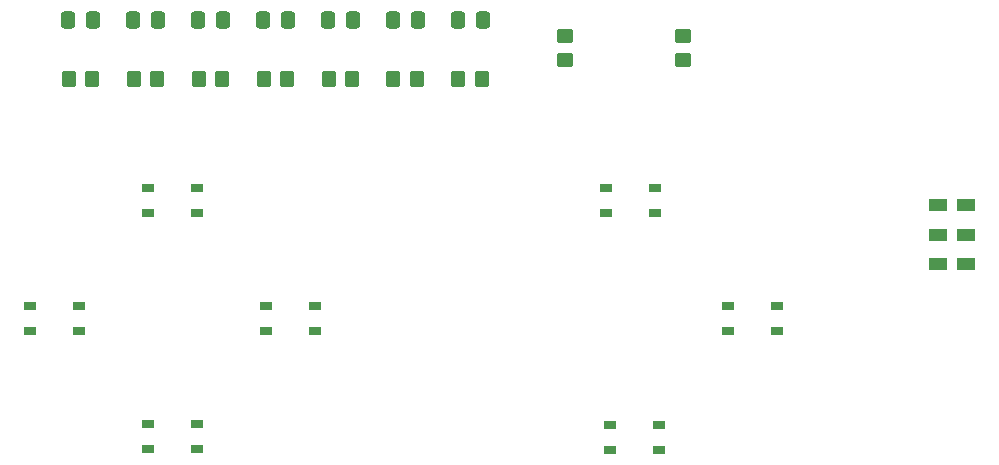
<source format=gbr>
%TF.GenerationSoftware,KiCad,Pcbnew,8.0.6*%
%TF.CreationDate,2024-11-05T07:22:12-08:00*%
%TF.ProjectId,Final_Project_PCB,46696e61-6c5f-4507-926f-6a6563745f50,1.0*%
%TF.SameCoordinates,Original*%
%TF.FileFunction,Paste,Top*%
%TF.FilePolarity,Positive*%
%FSLAX46Y46*%
G04 Gerber Fmt 4.6, Leading zero omitted, Abs format (unit mm)*
G04 Created by KiCad (PCBNEW 8.0.6) date 2024-11-05 07:22:12*
%MOMM*%
%LPD*%
G01*
G04 APERTURE LIST*
G04 Aperture macros list*
%AMRoundRect*
0 Rectangle with rounded corners*
0 $1 Rounding radius*
0 $2 $3 $4 $5 $6 $7 $8 $9 X,Y pos of 4 corners*
0 Add a 4 corners polygon primitive as box body*
4,1,4,$2,$3,$4,$5,$6,$7,$8,$9,$2,$3,0*
0 Add four circle primitives for the rounded corners*
1,1,$1+$1,$2,$3*
1,1,$1+$1,$4,$5*
1,1,$1+$1,$6,$7*
1,1,$1+$1,$8,$9*
0 Add four rect primitives between the rounded corners*
20,1,$1+$1,$2,$3,$4,$5,0*
20,1,$1+$1,$4,$5,$6,$7,0*
20,1,$1+$1,$6,$7,$8,$9,0*
20,1,$1+$1,$8,$9,$2,$3,0*%
G04 Aperture macros list end*
%ADD10R,1.050000X0.650000*%
%ADD11RoundRect,0.250000X-0.337500X-0.475000X0.337500X-0.475000X0.337500X0.475000X-0.337500X0.475000X0*%
%ADD12RoundRect,0.250000X-0.450000X0.350000X-0.450000X-0.350000X0.450000X-0.350000X0.450000X0.350000X0*%
%ADD13RoundRect,0.250000X0.350000X0.450000X-0.350000X0.450000X-0.350000X-0.450000X0.350000X-0.450000X0*%
%ADD14R,1.600000X1.000000*%
G04 APERTURE END LIST*
D10*
%TO.C,Up1*%
X137425000Y-122525000D03*
X141575000Y-122525000D03*
X137425000Y-124675000D03*
X141575000Y-124675000D03*
%TD*%
D11*
%TO.C,C7*%
X163662500Y-108300000D03*
X165737500Y-108300000D03*
%TD*%
D10*
%TO.C,Top_button1*%
X176225000Y-122525000D03*
X180375000Y-122525000D03*
X176225000Y-124675000D03*
X180375000Y-124675000D03*
%TD*%
%TO.C,Down1*%
X137425000Y-142525000D03*
X141575000Y-142525000D03*
X137425000Y-144675000D03*
X141575000Y-144675000D03*
%TD*%
D11*
%TO.C,C5*%
X130662500Y-108300000D03*
X132737500Y-108300000D03*
%TD*%
D10*
%TO.C,Right1*%
X147425000Y-132525000D03*
X151575000Y-132525000D03*
X147425000Y-134675000D03*
X151575000Y-134675000D03*
%TD*%
%TO.C,Bottom_button1*%
X176500000Y-142600000D03*
X180650000Y-142600000D03*
X176500000Y-144750000D03*
X180650000Y-144750000D03*
%TD*%
D12*
%TO.C,R1*%
X172700000Y-109700000D03*
X172700000Y-111700000D03*
%TD*%
%TO.C,R2*%
X182700000Y-109700000D03*
X182700000Y-111700000D03*
%TD*%
D11*
%TO.C,C3*%
X136162500Y-108300000D03*
X138237500Y-108300000D03*
%TD*%
D13*
%TO.C,R9*%
X154700000Y-113300000D03*
X152700000Y-113300000D03*
%TD*%
%TO.C,R5*%
X132700000Y-113300000D03*
X130700000Y-113300000D03*
%TD*%
D11*
%TO.C,C8*%
X158162500Y-108300000D03*
X160237500Y-108300000D03*
%TD*%
D13*
%TO.C,R3*%
X138200000Y-113300000D03*
X136200000Y-113300000D03*
%TD*%
D10*
%TO.C,Left1*%
X127425000Y-132525000D03*
X131575000Y-132525000D03*
X127425000Y-134675000D03*
X131575000Y-134675000D03*
%TD*%
D11*
%TO.C,C9*%
X152662500Y-108300000D03*
X154737500Y-108300000D03*
%TD*%
%TO.C,C4*%
X141662500Y-108300000D03*
X143737500Y-108300000D03*
%TD*%
D13*
%TO.C,R4*%
X143700000Y-113300000D03*
X141700000Y-113300000D03*
%TD*%
%TO.C,R8*%
X160200000Y-113300000D03*
X158200000Y-113300000D03*
%TD*%
D10*
%TO.C,Select1*%
X186525000Y-132525000D03*
X190675000Y-132525000D03*
X186525000Y-134675000D03*
X190675000Y-134675000D03*
%TD*%
D13*
%TO.C,R7*%
X165700000Y-113300000D03*
X163700000Y-113300000D03*
%TD*%
D11*
%TO.C,C6*%
X147162500Y-108300000D03*
X149237500Y-108300000D03*
%TD*%
D13*
%TO.C,R6*%
X149200000Y-113300000D03*
X147200000Y-113300000D03*
%TD*%
D14*
%TO.C,SS1*%
X204300000Y-129000000D03*
X204300000Y-126500000D03*
X204300000Y-124000000D03*
X206700000Y-129000000D03*
X206700000Y-126500000D03*
X206700000Y-124000000D03*
%TD*%
M02*

</source>
